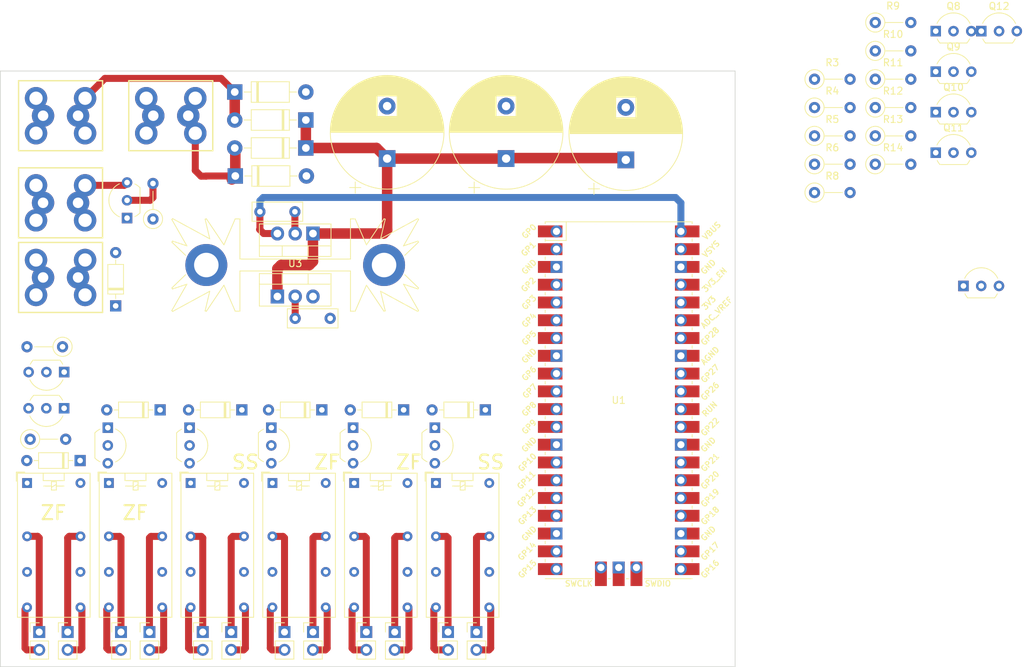
<source format=kicad_pcb>
(kicad_pcb (version 20240108) (generator "pcbnew") (generator_version "8.0")
  (layers (0 "F.Cu" signal) (31 "B.Cu" signal) (34 "B.Paste" user) (35 "F.Paste" user) (36 "B.SilkS" user "B.Silkscreen") (37 "F.SilkS" user "F.Silkscreen") (38 "B.Mask" user) (39 "F.Mask" user) (44 "Edge.Cuts" user))
  (net 0 "")
  (net 1 "V_UNREG")
  (net 2 "GND")
  (net 3 "+5V")
  (net 4 "Net-(D1-K)")
  (net 5 "Net-(D2-K)")
  (net 46 "+12V")
  (net 47 "Net-(D5-A)")
  (net 48 "Net-(Q1-G)")
  (net 49 "/ZF1_2")
  (net 50 "/ZF1_1")
  (net 51 "/ZF2_2")
  (net 52 "/ZF2_1")
  (net 53 "/ZF3_2")
  (net 54 "/ZF3_1")
  (net 55 "/ZF4_1")
  (net 56 "/ZF4_2")
  (net 57 "/SS1_1")
  (net 58 "/SS1_2")
  (net 59 "/SS2_1")
  (net 60 "/SS2_2")
  (net 61 "Net-(D6-A)")
  (net 62 "Net-(D7-A)")
  (net 63 "Net-(D8-A)")
  (net 64 "Net-(D9-A)")
  (net 65 "Net-(D10-A)")
  (net 66 "Net-(Q6-G)")
  (net 67 "/ZF1")
  (net 68 "/ZF2")
  (net 69 "/SS1")
  (net 70 "/ZF5_1")
  (net 71 "/ZF5_2")
  (net 72 "/ZF6_1")
  (net 73 "/ZF6_2")
  (net 74 "/ZF7_2")
  (net 75 "/ZF7_1")
  (net 76 "/ZF8_2")
  (net 77 "/ZF8_1")
  (net 78 "/SS3_2")
  (net 79 "/SS3_1")
  (net 80 "/SS4_1")
  (net 81 "/SS4_2")
  (net 82 "Net-(J15-Pin_1)")
  (net 83 "Net-(Q7-G)")
  (net 84 "Net-(Q13-C)")
  (net 85 "/ZF3")
  (net 86 "/ZF4")
  (net 87 "/SS2")
  (net 88 "Net-(Q12-C)")
  (net 89 "Net-(Q11-C)")
  (net 90 "Net-(Q10-C)")
  (net 91 "Net-(Q8-B)")
  (net 92 "Net-(Q9-B)")
  (net 93 "Net-(Q10-B)")
  (net 94 "Net-(Q11-B)")
  (net 95 "Net-(Q12-B)")
  (net 96 "Net-(Q13-B)")
  (net 97 "Net-(Q14-B)")
  (footprint "Diode_THT:D_DO-35_SOD27_P7.62mm_Horizontal" (layer "F.Cu") (at 147.828 98.4275 180)
    (property "Reference" "D6" (hide yes))
    (property "Value" "1N914" (hide yes))
  )
  (footprint "MCU_RaspberryPi_and_Boards:RPi_Pico_SMD_TH" (layer "F.Cu") (at 213.36 97.046)
    (property "Reference" "U1")
    (property "Value" "Pico")
  )
  (footprint "Diode_THT:D_DO-41_SOD81_P10.16mm_Horizontal" (layer "F.Cu") (at 158.496 53)
    (property "Reference" "D1" (hide yes))
    (property "Value" "1N4007" (hide yes))
  )
  (footprint "Connector_PinHeader_2.54mm:PinHeader_1x02_P2.54mm_Vertical" (layer "F.Cu") (at 157.988 130.1725)
    (property "Reference" "J7" (hide yes))
    (property "Value" "2.54mm" (hide yes))
  )
  (footprint "Package_TO_SOT_THT:TO-92_Inline_Wide" (layer "F.Cu") (at 163.724 100.9675 -90)
    (property "Reference" "Q4" (hide yes))
    (property "Value" "2N7000" (hide yes))
  )
  (footprint "Capacitor_THT:CP_Radial_D16.0mm_P7.50mm" (layer "F.Cu") (at 214.376 62.694752 90)
    (property "Reference" "C4" (hide yes))
    (property "Value" "2200u" (hide yes))
  )
  (footprint "Connector_PinHeader_2.54mm:PinHeader_1x02_P2.54mm_Vertical" (layer "F.Cu") (at 134.62 130.1725)
    (property "Reference" "J3" (hide yes))
    (property "Value" "2.54mm" (hide yes))
  )
  (footprint "Diode_THT:D_DO-35_SOD27_P7.62mm_Horizontal" (layer "F.Cu") (at 182.626 98.4275 180)
    (property "Reference" "D9" (hide yes))
    (property "Value" "1N914" (hide yes))
  )
  (footprint "Diode_THT:D_DO-41_SOD81_P10.16mm_Horizontal" (layer "F.Cu") (at 168.656 57 180)
    (property "Reference" "D3" (hide yes))
    (property "Value" "1N4007" (hide yes))
  )
  (footprint "Package_TO_SOT_THT:TO-92_Inline_Wide" (layer "F.Cu") (at 140.356 100.9675 -90)
    (property "Reference" "Q2" (hide yes))
    (property "Value" "2N7000" (hide yes))
  )
  (footprint "Resistor_THT:R_Axial_DIN0207_L6.3mm_D2.5mm_P5.08mm_Vertical" (layer "F.Cu") (at 250.026 43.07)
    (property "Reference" "R9")
    (property "Value" "1k")
  )
  (footprint "CustomKicadFootprint:KEYSTONE_8191" (layer "F.Cu") (at 133.604 68.834 90)
    (property "Reference" "J15" (hide yes))
    (property "Value" "8191" (hide yes))
  )
  (footprint "Resistor_THT:R_Axial_DIN0207_L6.3mm_D2.5mm_P5.08mm_Vertical" (layer "F.Cu") (at 241.346 59.27)
    (property "Reference" "R5")
    (property "Value" "1k")
  )
  (footprint "Connector_PinHeader_2.54mm:PinHeader_1x02_P2.54mm_Vertical" (layer "F.Cu") (at 142.24 130.1725)
    (property "Reference" "J6" (hide yes))
    (property "Value" "2.54mm" (hide yes))
  )
  (footprint "Capacitor_THT:C_Rect_L7.0mm_W2.5mm_P5.00mm" (layer "F.Cu") (at 162.092 70.104)
    (property "Reference" "C6" (hide yes))
    (property "Value" "0.1u" (hide yes))
  )
  (footprint "Resistor_THT:R_Axial_DIN0207_L6.3mm_D2.5mm_P5.08mm_Vertical" (layer "F.Cu") (at 250.026 55.22)
    (property "Reference" "R12")
    (property "Value" "1k")
  )
  (footprint "Connector_PinHeader_2.54mm:PinHeader_1x02_P2.54mm_Vertical" (layer "F.Cu") (at 193.04 130.1725)
    (property "Reference" "J13" (hide yes))
    (property "Value" "2.54mm" (hide yes))
  )
  (footprint "Package_TO_SOT_THT:TO-92L_Inline_Wide" (layer "F.Cu") (at 258.666 55.88)
    (property "Reference" "Q10")
    (property "Value" "2N3904")
  )
  (footprint "Diode_THT:D_DO-35_SOD27_P7.62mm_Horizontal" (layer "F.Cu") (at 170.942 98.4275 180)
    (property "Reference" "D8" (hide yes))
    (property "Value" "1N914" (hide yes))
  )
  (footprint "Resistor_THT:R_Axial_DIN0207_L6.3mm_D2.5mm_P5.08mm_Vertical" (layer "F.Cu") (at 241.346 55.22)
    (property "Reference" "R4")
    (property "Value" "1k")
  )
  (footprint "Resistor_THT:R_Axial_DIN0207_L6.3mm_D2.5mm_P5.08mm_Vertical" (layer "F.Cu") (at 250.026 51.17)
    (property "Reference" "R11")
    (property "Value" "1k")
  )
  (footprint "Diode_THT:D_DO-41_SOD81_P10.16mm_Horizontal" (layer "F.Cu") (at 158.576 65)
    (property "Reference" "D2" (hide yes))
    (property "Value" "1N4007" (hide yes))
  )
  (footprint "Package_TO_SOT_THT:TO-220-3_Vertical" (layer "F.Cu") (at 169.672 73.223 180)
    (property "Reference" "U3")
    (property "Value" "LM7805" (hide yes))
  )
  (footprint "Resistor_THT:R_Axial_DIN0207_L6.3mm_D2.5mm_P5.08mm_Vertical" (layer "F.Cu") (at 133.887 89.408 180)
    (property "Reference" "R1" (hide yes))
    (property "Value" "1k" (hide yes))
  )
  (footprint "Resistor_THT:R_Axial_DIN0207_L6.3mm_D2.5mm_P5.08mm_Vertical" (layer "F.Cu") (at 250.026 47.12)
    (property "Reference" "R10")
    (property "Value" "1k")
  )
  (footprint "Connector_PinHeader_2.54mm:PinHeader_1x02_P2.54mm_Vertical" (layer "F.Cu") (at 146.304 130.1725)
    (property "Reference" "J5" (hide yes))
    (property "Value" "2.54mm" (hide yes))
  )
  (footprint "Connector_PinHeader_2.54mm:PinHeader_1x02_P2.54mm_Vertical" (layer "F.Cu") (at 169.672 130.1725)
    (property "Reference" "J9" (hide yes))
    (property "Value" "2.54mm" (hide yes))
  )
  (footprint "Connector_PinHeader_2.54mm:PinHeader_1x02_P2.54mm_Vertical" (layer "F.Cu") (at 130.556 130.1725)
    (property "Reference" "J4" (hide yes))
    (property "Value" "2.54mm" (hide yes))
  )
  (footprint "Connector_PinHeader_2.54mm:PinHeader_1x02_P2.54mm_Vertical" (layer "F.Cu") (at 188.976 130.1725)
    (property "Reference" "J14" (hide yes))
    (property "Value" "2.54mm" (hide yes))
  )
  (footprint "Connector_PinHeader_2.54mm:PinHeader_1x02_P2.54mm_Vertical" (layer "F.Cu") (at 153.924 130.1725)
    (property "Reference" "J8" (hide yes))
    (property "Value" "2.54mm" (hide yes))
  )
  (footprint "Capacitor_THT:CP_Radial_D16.0mm_P7.50mm" (layer "F.Cu") (at 197.272 62.512755 90)
    (property "Reference" "C2" (hide yes))
    (property "Value" "2200u" (hide yes))
  )
  (footprint "Relay_THT:Relay_DPDT_Omron_G5V-2" (layer "F.Cu") (at 128.8255 108.874)
    (property "Reference" "K1" (hide yes))
    (property "Value" "G5V-2" (hide yes))
  )
  (footprint "Resistor_THT:R_Axial_DIN0207_L6.3mm_D2.5mm_P5.08mm_Vertical" (layer "F.Cu") (at 241.346 63.32)
    (property "Reference" "R6")
    (property "Value" "1k")
  )
  (footprint "Package_TO_SOT_THT:TO-92_Inline_Wide" (layer "F.Cu") (at 152.04 100.9675 -90)
    (property "Reference" "Q3" (hide yes))
    (property "Value" "2N7000" (hide yes))
  )
  (footprint "Relay_THT:Relay_DPDT_Omron_G5V-2" (layer "F.Cu") (at 152.1935 108.874)
    (property "Reference" "K3" (hide yes))
    (property "Value" "G5V-2" (hide yes))
  )
  (footprint "Resistor_THT:R_Axial_DIN0207_L6.3mm_D2.5mm_P5.08mm_Vertical" (layer "F.Cu") (at 250.026 59.27)
    (property "Reference" "R13")
    (property "Value" "1k")
  )
  (footprint "Resistor_THT:R_Axial_DIN0207_L6.3mm_D2.5mm_P5.08mm_Vertical" (layer "F.Cu") (at 129.257 102.616)
    (property "Reference" "R2" (hide yes))
    (property "Value" "1k" (hide yes))
  )
  (footprint "Relay_THT:Relay_DPDT_Omron_G5V-2" (layer "F.Cu") (at 187.2455 108.874)
    (property "Reference" "K6" (hide yes))
    (property "Value" "G5V-2" (hide yes))
  )
  (footprint "Package_TO_SOT_THT:TO-92L_Inline_Wide" (layer "F.Cu") (at 265.176 44.3)
    (property "Reference" "Q12")
    (property "Value" "2N3904")
  )
  (footprint "Package_TO_SOT_THT:TO-92_Inline_Wide" (layer "F.Cu") (at 187.092 100.9675 -90)
    (property "Reference" "Q6" (hide yes))
    (property "Value" "2N7000" (hide yes))
  )
  (footprint "Package_TO_SOT_THT:TO-92L_Inline_Wide" (layer "F.Cu") (at 258.666 44.3)
    (property "Reference" "Q8")
    (property "Value" "2N3904")
  )
  (footprint "Capacitor_THT:CP_Radial_D16.0mm_P7.50mm" (layer "F.Cu") (at 180.272 62.512755 90)
    (property "Reference" "C1" (hide yes))
    (property "Value" "2200u" (hide yes))
  )
  (footprint "Diode_THT:D_DO-35_SOD27_P7.62mm_Horizontal" (layer "F.Cu") (at 159.512 98.4275 180)
    (property "Reference" "D7" (hide yes))
    (property "Value" "1N914" (hide yes))
  )
  (footprint "Heatsink:Heatsink_Fischer_SK104-STCB_35x13mm__2xDrill3.5mm_ScrewM3" (layer "F.Cu") (at 167.132 77.724)
    (property "Reference" "HS1" (hide yes))
    (property "Value" "Heatsink" (hide yes))
  )
  (footprint "Package_TO_SOT_THT:TO-92_Inline_Wide" (layer "F.Cu") (at 143.108 71.014 90)
    (property "Reference" "Q7" (hide yes))
    (property "Value" "2N7000" (hide yes))
  )
  (footprint "Package_TO_SOT_THT:TO-92L_Inline_Wide" (layer "F.Cu") (at 258.666 61.67)
    (property "Reference" "Q11")
    (property "Value" "2N3904")
  )
  (footprint "Package_TO_SOT_THT:TO-92L_Inline_Wide" (layer "F.Cu") (at 258.666 50.09)
    (property "Reference" "Q9")
    (property "Value" "2N3904")
  )
  (footprint "Diode_THT:D_DO-35_SOD27_P7.62mm_Horizontal" (layer "F.Cu") (at 141.478 83.566 90)
    (property "Reference" "D11" (hide yes))
    (property "Value" "1N914" (hide yes))
  )
  (footprint "CustomKicadFootprint:KEYSTONE_8191" (layer "F.Cu") (at 149.352 56.388 -90)
    (property "Reference" "J2" (hide yes))
    (property "Value" "8191" (hide yes))
  )
  (footprint "Diode_THT:D_DO-35_SOD27_P7.62mm_Horizontal" (layer "F.Cu") (at 136.398 105.664 180)
    (property "Reference" "D5" (hide yes))
    (property "Value" "1N914" (hide yes))
  )
  (footprint "Package_TO_SOT_THT:TO-92L_Inline_Wide" (layer "F.Cu") (at 262.626 80.714)
    (property "Reference" "Q13" (hide yes))
    (property "Value" "2N3904" (hide yes))
  )
  (footprint "Relay_THT:Relay_DPDT_Omron_G5V-2" (layer "F.Cu") (at 140.5095 108.874)
    (property "Reference" "K2" (hide yes))
    (property "Value" "G5V-2" (hide yes))
  )
  (footprint "Connector_PinHeader_2.54mm:PinHeader_1x02_P2.54mm_Vertical" (layer "F.Cu") (at 181.356 130.1725)
    (property "Reference" "J11" (hide yes))
    (property "Value" "2.54mm" (hide yes))
  )
  (footprint "CustomKicadFootprint:KEYSTONE_8191" (layer "F.Cu") (at 133.604 56.388 -90)
    (property "Reference" "J1" (hide yes))
    (property "Value" "8191" (hide yes))
  )
  (footprint "CustomKicadFootprint:KEYSTONE_8191" (layer "F.Cu") (at 133.604 79.502 90)
    (property "Reference" "J16" (hide yes))
    (property "Value" "8191" (hide yes))
  )
  (footprint "Resistor_THT:R_Axial_DIN0207_L6.3mm_D2.5mm_P5.08mm_Vertical" (layer "F.Cu") (at 250.026 63.32)
    (property "Reference" "R14")
    (property "Value" "1k")
  )
  (footprint "Relay_THT:Relay_DPDT_Omron_G5V-2" (layer "F.Cu") (at 163.8775 108.874)
    (property "Reference" "K4" (hide yes))
    (property "Value" "G5V-2" (hide yes))
  )
  (footprint "Diode_THT:D_DO-35_SOD27_P7.62mm_Horizontal" (layer "F.Cu") (at 194.31 98.4275 180)
    (property "Reference" "D10" (hide yes))
    (property "Value" "1N914" (hide yes))
  )
  (footprint "Connector_PinHeader_2.54mm:PinHeader_1x02_P2.54mm_Vertical" (layer "F.Cu") (at 165.608 130.1725)
    (property "Reference" "J10" (hide yes))
    (property "Value" "2.54mm" (hide yes))
  )
  (footprint "Package_TO_SOT_THT:TO-92L_Inline_Wide" (layer "F.Cu") (at 134.122 93.022 180)
    (property "Reference" "Q14" (hide yes))
    (property "Value" "2N3904" (hide yes))
  )
  (footprint "Resistor_THT:R_Axial_DIN0207_L6.3mm_D2.5mm_P5.08mm_Vertical" (layer "F.Cu") (at 146.812 71.149 90)
    (property "Reference" "R7" (hide yes))
    (property "Value" "1k" (hide yes))
  )
  (footprint "Capacitor_THT:C_Rect_L7.0mm_W2.5mm_P5.00mm" (layer "F.Cu") (at 172.132 85.344 180)
    (property "Reference" "C3" (hide yes))
    (property "Value" "0.1u" (hide yes))
  )
  (footprint "Connector_PinHeader_2.54mm:PinHeader_1x02_P2.54mm_Vertical" (layer "F.Cu") (at 177.292 130.1725)
    (property "Reference" "J12" (hide yes))
    (property "Value" "2.54mm" (hide yes))
  )
  (footprint "Diode_THT:D_DO-41_SOD81_P10.16mm_Horizontal" (layer "F.Cu") (at 168.656 61 180)
    (property "Reference" "D4" (hide yes))
    (property "Value" "1N4007" (hide yes))
  )
  (footprint "Resistor_THT:R_Axial_DIN0207_L6.3mm_D2.5mm_P5.08mm_Vertical" (layer "F.Cu") (at 241.346 67.37)
    (property "Reference" "R8")
    (property "Value" "1k")
  )
  (footprint "Package_TO_SOT_THT:TO-92_Inline_Wide" (layer "F.Cu") (at 175.408 100.9675 -90)
    (property "Reference" "Q5" (hide yes))
    (property "Value" "2N7000" (hide yes))
  )
  (footprint "Package_TO_SOT_THT:TO-92_Inline_Wide" (layer "F.Cu") (at 134.112 98.192 180)
    (property "Reference" "Q1" (hide yes))
    (property "Value" "2N7000" (hide yes))
  )
  (footprint "Relay_THT:Relay_DPDT_Omron_G5V-2" (layer "F.Cu") (at 175.5615 108.874)
    (property "Reference" "K5" (hide yes))
    (property "Value" "G5V-2" (hide yes))
  )
  (footprint "Package_TO_SOT_THT:TO-220-3_Vertical" (layer "F.Cu") (at 164.592 82.225)
    (property "Reference" "U2" (hide yes))
    (property "Value" "LM7812_TO220" (hide yes))
  )
  (footprint "Resistor_THT:R_Axial_DIN0207_L6.3mm_D2.5mm_P5.08mm_Vertical" (layer "F.Cu") (at 241.346 51.17)
    (property "Reference" "R3")
    (property "Value" "1k")
  )
  (gr_line (start 125 50) (end 230 50) (stroke (width 0.1)) (layer "Edge.Cuts"))
  (gr_line (start 230 135.128) (end 125 135.128) (stroke (width 0.1)) (layer "Edge.Cuts"))
  (gr_line (start 125 135.128) (end 125 50) (stroke (width 0.1)) (layer "Edge.Cuts"))
  (gr_line (start 230 50) (end 230 135.128) (stroke (width 0.1)) (layer "Edge.Cuts"))
  (gr_text "SS" (at 195.072 107.0635 0) (layer "F.SilkS") (effects (font (size 2 2) (thickness 0.3)) (justify bottom)))
  (gr_text "ZF" (at 144.272 114.3 0) (layer "F.SilkS") (effects (font (size 2 2) (thickness 0.3)) (justify bottom)))
  (gr_text "ZF" (at 132.588 114.3 0) (layer "F.SilkS") (effects (font (size 2 2) (thickness 0.3)) (justify bottom)))
  (gr_text "SS" (at 160.02 107.0635 0) (layer "F.SilkS") (effects (font (size 2 2) (thickness 0.3)) (justify bottom)))
  (gr_text "ZF" (at 171.704 107.0635 0) (layer "F.SilkS") (effects (font (size 2 2) (thickness 0.3)) (justify bottom)))
  (gr_text "ZF" (at 183.388 107.0635 0) (layer "F.SilkS") (effects (font (size 2 2) (thickness 0.3)) (justify bottom)))
  (segment (start 169.272 61) (end 178.759245 61) (width 1.5) (layer "F.Cu") (net 1))
  (segment (start 197.272 62.512755) (end 198.091245 62.512755) (width 1.5) (layer "F.Cu") (net 1))
  (segment (start 180.272 62.512755) (end 197.272 62.512755) (width 1.5) (layer "F.Cu") (net 1))
  (segment (start 180.272 72.728) (end 179.777 73.223) (width 1.5) (layer "F.Cu") (net 1))
  (segment (start 169.672 73.223) (end 169.672 77.216) (width 1.5) (layer "F.Cu") (net 1))
  (segment (start 180.272 62.512755) (end 180.272 72.728) (width 1.5) (layer "F.Cu") (net 1))
  (segment (start 179.777 73.223) (end 169.672 73.223) (width 1.5) (layer "F.Cu") (net 1))
  (segment (start 198.163245 62.440755) (end 214.376 62.440755) (width 1.5) (layer "F.Cu") (net 1))
  (segment (start 178.759245 61) (end 180.272 62.512755) (width 1.5) (layer "F.Cu") (net 1))
  (segment (start 164.592 78.232) (end 164.592 82.225) (width 1.5) (layer "F.Cu") (net 1))
  (segment (start 198.091245 62.512755) (end 198.163245 62.440755) (width 1.5) (layer "F.Cu") (net 1))
  (segment (start 165.1 77.724) (end 164.592 78.232) (width 1.5) (layer "F.Cu") (net 1))
  (segment (start 168.656 57) (end 168.656 61) (width 1.5) (layer "F.Cu") (net 1))
  (segment (start 169.672 77.216) (end 169.164 77.724) (width 1.5) (layer "F.Cu") (net 1))
  (segment (start 169.164 77.724) (end 165.1 77.724) (width 1.5) (layer "F.Cu") (net 1))
  (segment (start 167.092 70.104) (end 167.092 73.183) (width 1) (layer "F.Cu") (net 2))
  (segment (start 167.092 73.183) (end 167.132 73.223) (width 1) (layer "F.Cu") (net 2))
  (segment (start 167.132 82.225) (end 167.132 85.344) (width 1) (layer "F.Cu") (net 2))
  (segment (start 164.592 73.223) (end 162.631 73.223) (width 1) (layer "F.Cu") (net 3))
  (segment (start 162.092 72.604) (end 162.092 70.104) (width 1) (layer "F.Cu") (net 3))
  (segment (start 162.052 72.644) (end 162.092 72.604) (width 1) (layer "F.Cu") (net 3))
  (segment (start 162.631 73.223) (end 162.052 72.644) (width 1) (layer "F.Cu") (net 3))
  (segment (start 162.56 68.072) (end 221.488 68.072) (width 1) (layer "B.Cu") (net 3))
  (segment (start 162.092 68.54) (end 162.56 68.072) (width 1) (layer "B.Cu") (net 3))
  (segment (start 221.488 68.072) (end 222.25 68.834) (width 1) (layer "B.Cu") (net 3))
  (segment (start 222.25 68.834) (end 222.25 72.916) (width 1) (layer "B.Cu") (net 3))
  (segment (start 162.092 70.104) (end 162.092 68.54) (width 1) (layer "B.Cu") (net 3))
  (segment (start 137.109 53.888) (end 139.943 51.054) (width 1) (layer "F.Cu") (net 4))
  (segment (start 156.55 51.054) (end 158.496 53) (width 1) (layer "F.Cu") (net 4))
  (segment (start 158.496 53) (end 158.496 57) (width 1.5) (layer "F.Cu") (net 4))
  (segment (start 139.943 51.054) (end 156.55 51.054) (width 1) (layer "F.Cu") (net 4))
  (segment (start 154.456 65) (end 158.576 65) (width 1) (layer "F.Cu") (net 5))
  (segment (start 158.076 65.5) (end 158.576 65) (width 1.5) (layer "F.Cu") (net 5))
  (segment (start 152.857 64.211) (end 153.67 65.024) (width 1) (layer "F.Cu") (net 5))
  (segment (start 158.576 61.08) (end 158.496 61) (width 1.5) (layer "F.Cu") (net 5))
  (segment (start 158.576 65) (end 158.576 61.08) (width 1.5) (layer "F.Cu") (net 5))
  (segment (start 154.432 65.024) (end 154.456 65) (width 1) (layer "F.Cu") (net 5))
  (segment (start 152.857 58.888) (end 152.857 64.211) (width 1) (layer "F.Cu") (net 5))
  (segment (start 153.67 65.024) (end 154.432 65.024) (width 1) (layer "F.Cu") (net 5))
  (segment (start 134.8415 116.494) (end 134.62 116.7155) (width 1) (layer "F.Cu") (net 49))
  (segment (start 134.62 116.7155) (end 134.62 130.1725) (width 1) (layer "F.Cu") (net 49))
  (segment (start 136.4455 116.494) (end 134.8415 116.494) (width 1) (layer "F.Cu") (net 49))
  (segment (start 134.62 132.7125) (end 136.403 132.7125) (width 1) (layer "F.Cu") (net 50))
  (segment (start 136.652 132.4635) (end 136.652 126.8605) (width 1) (layer "F.Cu") (net 50))
  (segment (start 136.652 126.8605) (end 136.4455 126.654) (width 1) (layer "F.Cu") (net 50))
  (segment (start 136.403 132.7125) (end 136.652 132.4635) (width 1) (layer "F.Cu") (net 50))
  (segment (start 130.556 116.7155) (end 130.556 130.1725) (width 1) (layer "F.Cu") (net 51))
  (segment (start 128.8255 116.494) (end 130.3345 116.494) (width 1) (layer "F.Cu") (net 51))
  (segment (start 130.3345 116.494) (end 130.556 116.7155) (width 1) (layer "F.Cu") (net 51))
  (segment (start 130.556 132.7125) (end 128.773 132.7125) (width 1) (layer "F.Cu") (net 52))
  (segment (start 128.524 126.9555) (end 128.8255 126.654) (width 1) (layer "F.Cu") (net 52))
  (segment (start 128.773 132.7125) (end 128.524 132.4635) (width 1) (layer "F.Cu") (net 52))
  (segment (start 128.524 132.4635) (end 128.524 126.9555) (width 1) (layer "F.Cu") (net 52))
  (segment (start 146.5255 116.5015) (end 146.304 116.723) (width 1) (layer "F.Cu") (net 53))
  (segment (start 148.1295 116.5015) (end 146.5255 116.5015) (width 1) (layer "F.Cu") (net 53))
  (segment (start 146.304 116.723) (end 146.304 130.18) (width 1) (layer "F.Cu") (net 53))
  (segment (start 148.087 132.72) (end 148.336 132.471) (width 1) (layer "F.Cu") (net 54))
  (segment (start 146.304 132.72) (end 148.087 132.72) (width 1) (layer "F.Cu") (net 54))
  (segment (start 148.336 126.868) (end 148.1295 126.6615) (width 1) (layer "F.Cu") (net 54))
  (segment (start 148.336 132.471) (end 148.336 126.868) (width 1) (layer "F.Cu") (net 54))
  (segment (start 142.24 132.72) (end 140.457 132.72) (width 1) (layer "F.Cu") (net 55))
  (segment (start 140.208 132.471) (end 140.208 126.963) (width 1) (layer "F.Cu") (net 55))
  (segment (start 140.208 126.963) (end 140.5095 126.6615) (width 1) (layer "F.Cu") (net 55))
  (segment (start 140.457 132.72) (end 140.208 132.471) (width 1) (layer "F.Cu") (net 55))
  (segment (start 142.24 116.723) (end 142.24 130.18) (width 1) (layer "F.Cu") (net 56))
  (segment (start 142.0185 116.5015) (end 142.24 116.723) (width 1) (layer "F.Cu") (net 56))
  (segment (start 140.5095 116.5015) (end 142.0185 116.5015) (width 1) (layer "F.Cu") (net 56))
  (segment (start 160.02 126.868) (end 159.8135 126.6615) (width 1) (layer "F.Cu") (net 57))
  (segment (start 157.988 132.72) (end 159.771 132.72) (width 1) (layer "F.Cu") (net 57))
  (segment (start 159.771 132.72) (end 160.02 132.471) (width 1) (layer "F.Cu") (net 57))
  (segment (start 160.02 132.471) (end 160.02 126.868) (width 1) (layer "F.Cu") (net 57))
  (segment (start 158.2095 116.5015) (end 157.988 116.723) (width 1) (layer "F.Cu") (net 58))
  (segment (start 159.8135 116.5015) (end 158.2095 116.5015) (width 1) (layer "F.Cu") (net 58))
  (segment (start 157.988 116.723) (end 157.988 130.18) (width 1) (layer "F.Cu") (net 58))
  (segment (start 153.924 132.72) (end 152.141 132.72) (width 1) (layer "F.Cu") (net 59))
  (segment (start 151.892 126.963) (end 152.1935 126.6615) (width 1) (layer "F.Cu") (net 59))
  (segment (start 151.892 132.471) (end 151.892 126.963) (width 1) (layer "F.Cu") (net 59))
  (segment (start 152.141 132.72) (end 151.892 132.471) (width 1) (layer "F.Cu") (net 59))
  (segment (start 153.924 116.723) (end 153.924 130.18) (width 1) (layer "F.Cu") (net 60))
  (segment (start 152.1935 116.5015) (end 153.7025 116.5015) (width 1) (layer "F.Cu") (net 60))
  (segment (start 153.7025 116.5015) (end 153.924 116.723) (width 1) (layer "F.Cu") (net 60))
  (segment (start 171.455 132.72) (end 171.704 132.471) (width 1) (layer "F.Cu") (net 70))
  (segment (start 171.704 132.471) (end 171.704 126.868) (width 1) (layer "F.Cu") (net 70))
  (segment (start 169.672 132.72) (end 171.455 132.72) (width 1) (layer "F.Cu") (net 70))
  (segment (start 171.704 126.868) (end 171.4975 126.6615) (width 1) (layer "F.Cu") (net 70))
  (segment (start 169.8935 116.5015) (end 169.672 116.723) (width 1) (layer "F.Cu") (net 71))
  (segment (start 171.4975 116.5015) (end 169.8935 116.5015) (width 1) (layer "F.Cu") (net 71))
  (segment (start 169.672 116.723) (end 169.672 130.18) (width 1) (layer "F.Cu") (net 71))
  (segment (start 163.576 126.963) (end 163.8775 126.6615) (width 1) (layer "F.Cu") (net 72))
  (segment (start 163.825 132.72) (end 163.576 132.471) (width 1) (layer "F.Cu") (net 72))
  (segment (start 163.576 132.471) (end 163.576 126.963) (width 1) (layer "F.Cu") (net 72))
  (segment (start 165.608 132.72) (end 163.825 132.72) (width 1) (layer "F.Cu") (net 72))
  (segment (start 165.608 116.723) (end 165.608 130.18) (width 1) (layer "F.Cu") (net 73))
  (segment (start 165.3865 116.5015) (end 165.608 116.723) (width 1) (layer "F.Cu") (net 73))
  (segment (start 163.8775 116.5015) (end 165.3865 116.5015) (width 1) (layer "F.Cu") (net 73))
  (segment (start 183.1815 116.5015) (end 181.5775 116.5015) (width 1) (layer "F.Cu") (net 74))
  (segment (start 181.356 116.723) (end 181.356 130.18) (width 1) (layer "F.Cu") (net 74))
  (segment (start 181.5775 116.5015) (end 181.356 116.723) (width 1) (layer "F.Cu") (net 74))
  (segment (start 181.356 132.72) (end 183.139 132.72) (width 1) (layer "F.Cu") (net 75))
  (segment (start 183.388 126.868) (end 183.1815 126.6615) (width 1) (layer "F.Cu") (net 75))
  (segment (start 183.388 132.471) (end 183.388 126.868) (width 1) (layer "F.Cu") (net 75))
  (segment (start 183.139 132.72) (end 183.388 132.471) (width 1) (layer "F.Cu") (net 75))
  (segment (start 177.292 116.723) (end 177.292 130.18) (width 1) (layer "F.Cu") (net 76))
  (segment (start 175.5615 116.5015) (end 177.0705 116.5015) (width 1) (layer "F.Cu") (net 76))
  (segment (start 177.0705 116.5015) (end 177.292 116.723) (width 1) (layer "F.Cu") (net 76))
  (segment (start 175.509 132.72) (end 175.26 132.471) (width 1) (layer "F.Cu") (net 77))
  (segment (start 175.26 132.471) (end 175.26 126.963) (width 1) (layer "F.Cu") (net 77))
  (segment (start 177.292 132.72) (end 175.509 132.72) (width 1) (layer "F.Cu") (net 77))
  (segment (start 175.26 126.963) (end 175.5615 126.6615) (width 1) (layer "F.Cu") (net 77))
  (segment (start 193.2615 116.5015) (end 193.04 116.723) (width 1) (layer "F.Cu") (net 78))
  (segment (start 193.04 116.723) (end 193.04 130.18) (width 1) (layer "F.Cu") (net 78))
  (segment (start 194.8655 116.5015) (end 193.2615 116.5015) (width 1) (layer "F.Cu") (net 78))
  (segment (start 195.072 126.868) (end 194.8655 126.6615) (width 1) (layer "F.Cu") (net 79))
  (segment (start 193.04 132.72) (end 194.823 132.72) (width 1) (layer "F.Cu") (net 79))
  (segment (start 195.072 132.471) (end 195.072 126.868) (width 1) (layer "F.Cu") (net 79))
  (segment (start 194.823 132.72) (end 195.072 132.471) (width 1) (layer "F.Cu") (net 79))
  (segment (start 188.976 132.72) (end 187.193 132.72) (width 1) (layer "F.Cu") (net 80))
  (segment (start 187.193 132.72) (end 186.944 132.471) (width 1) (layer "F.Cu") (net 80))
  (segment (start 186.944 132.471) (end 186.944 126.963) (width 1) (layer "F.Cu") (net 80))
  (segment (start 186.944 126.963) (end 187.2455 126.6615) (width 1) (layer "F.Cu") (net 80))
  (segment (start 188.7545 116.5015) (end 188.976 116.723) (width 1) (layer "F.Cu") (net 81))
  (segment (start 187.2455 116.5015) (end 188.7545 116.5015) (width 1) (layer "F.Cu") (net 81))
  (segment (start 188.976 116.723) (end 188.976 130.18) (width 1) (layer "F.Cu") (net 81))
  (segment (start 142.708 66.334) (end 143.108 65.934) (width 1) (layer "F.Cu") (net 82))
  (segment (start 137.109 66.334) (end 142.708 66.334) (width 1) (layer "F.Cu") (net 82))
  (segment (start 146.41 68.474) (end 146.812 68.072) (width 1) (layer "F.Cu") (net 83))
  (segment (start 143.108 68.474) (end 146.41 68.474) (width 1) (layer "F.Cu") (net 83))
  (segment (start 146.812 68.072) (end 146.812 66.069) (width 1) (layer "F.Cu") (net 83))
)
</source>
